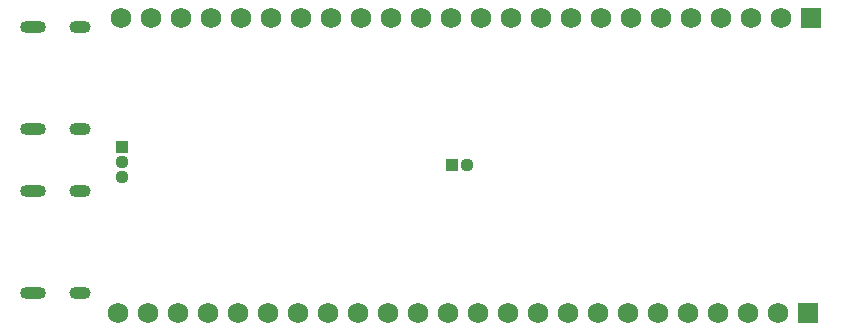
<source format=gbs>
G04*
G04 #@! TF.GenerationSoftware,Altium Limited,Altium Designer,24.5.2 (23)*
G04*
G04 Layer_Color=16711935*
%FSLAX25Y25*%
%MOIN*%
G70*
G04*
G04 #@! TF.SameCoordinates,906D8F54-8257-410E-A491-0C3AE59FFD44*
G04*
G04*
G04 #@! TF.FilePolarity,Negative*
G04*
G01*
G75*
G04:AMPARAMS|DCode=54|XSize=39.37mil|YSize=86.61mil|CornerRadius=19.68mil|HoleSize=0mil|Usage=FLASHONLY|Rotation=270.000|XOffset=0mil|YOffset=0mil|HoleType=Round|Shape=RoundedRectangle|*
%AMROUNDEDRECTD54*
21,1,0.03937,0.04724,0,0,270.0*
21,1,0.00000,0.08661,0,0,270.0*
1,1,0.03937,-0.02362,0.00000*
1,1,0.03937,-0.02362,0.00000*
1,1,0.03937,0.02362,0.00000*
1,1,0.03937,0.02362,0.00000*
%
%ADD54ROUNDEDRECTD54*%
G04:AMPARAMS|DCode=55|XSize=39.37mil|YSize=70.87mil|CornerRadius=19.68mil|HoleSize=0mil|Usage=FLASHONLY|Rotation=270.000|XOffset=0mil|YOffset=0mil|HoleType=Round|Shape=RoundedRectangle|*
%AMROUNDEDRECTD55*
21,1,0.03937,0.03150,0,0,270.0*
21,1,0.00000,0.07087,0,0,270.0*
1,1,0.03937,-0.01575,0.00000*
1,1,0.03937,-0.01575,0.00000*
1,1,0.03937,0.01575,0.00000*
1,1,0.03937,0.01575,0.00000*
%
%ADD55ROUNDEDRECTD55*%
%ADD56R,0.06800X0.06800*%
%ADD57C,0.06800*%
%ADD58R,0.04400X0.04400*%
%ADD59C,0.04400*%
%ADD60R,0.04400X0.04400*%
D54*
X5572Y46108D02*
D03*
Y12092D02*
D03*
X5500Y101000D02*
D03*
Y66984D02*
D03*
D55*
X21320Y46108D02*
D03*
Y12092D02*
D03*
X21248Y101000D02*
D03*
Y66984D02*
D03*
D56*
X263700Y5600D02*
D03*
X264900Y104000D02*
D03*
D57*
X253700Y5600D02*
D03*
X243700D02*
D03*
X233700D02*
D03*
X223700D02*
D03*
X213700D02*
D03*
X203700D02*
D03*
X193700D02*
D03*
X183700D02*
D03*
X173700D02*
D03*
X163700D02*
D03*
X153700D02*
D03*
X143700D02*
D03*
X133700D02*
D03*
X123700D02*
D03*
X113700D02*
D03*
X103700D02*
D03*
X93700D02*
D03*
X83700D02*
D03*
X73700D02*
D03*
X63700D02*
D03*
X53700D02*
D03*
X43700D02*
D03*
X33700D02*
D03*
X34900Y104000D02*
D03*
X44900D02*
D03*
X54900D02*
D03*
X64900D02*
D03*
X74900D02*
D03*
X84900D02*
D03*
X94900D02*
D03*
X104900D02*
D03*
X114900D02*
D03*
X124900D02*
D03*
X134900D02*
D03*
X144900D02*
D03*
X154900D02*
D03*
X164900D02*
D03*
X174900D02*
D03*
X184900D02*
D03*
X194900D02*
D03*
X204900D02*
D03*
X214900D02*
D03*
X224900D02*
D03*
X234900D02*
D03*
X244900D02*
D03*
X254900D02*
D03*
D58*
X35000Y61000D02*
D03*
D59*
Y56000D02*
D03*
Y51000D02*
D03*
X150000Y55000D02*
D03*
D60*
X145000D02*
D03*
M02*

</source>
